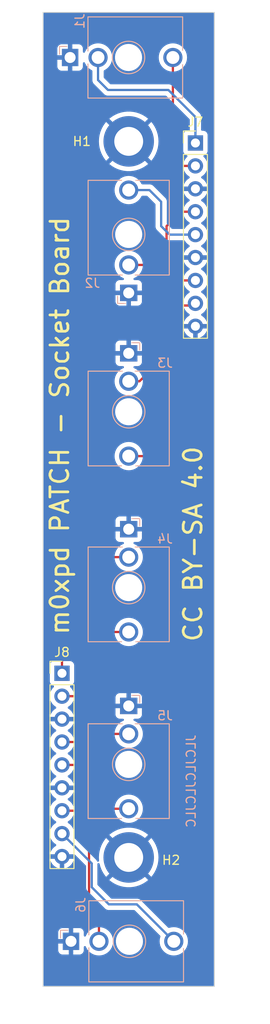
<source format=kicad_pcb>
(kicad_pcb (version 20221018) (generator pcbnew)
  (layers (0 "F.Cu" signal) (31 "B.Cu" signal) (34 "B.Paste" user) (35 "F.Paste" user) (36 "B.SilkS" user "B.Silkscreen") (37 "F.SilkS" user "F.Silkscreen") (38 "B.Mask" user) (39 "F.Mask" user) (44 "Edge.Cuts" user))
  (net 0 "")
  (net 1 "GND")
  (net 2 "Net-(J7-Pin_2)")
  (net 3 "Net-(J7-Pin_1)")
  (net 4 "Net-(J7-Pin_5)")
  (net 5 "Net-(J7-Pin_4)")
  (net 6 "Net-(J7-Pin_8)")
  (net 7 "Net-(J7-Pin_7)")
  (net 8 "Net-(J8-Pin_2)")
  (net 9 "Net-(J8-Pin_1)")
  (net 10 "Net-(J8-Pin_5)")
  (net 11 "Net-(J8-Pin_4)")
  (net 12 "Net-(J8-Pin_8)")
  (net 13 "Net-(J8-Pin_7)")
  (footprint "Connector_PinHeader_2.54mm:PinHeader_1x09_P2.54mm_Vertical" (layer "F.Cu") (at 116.9 64.48)
    (fp_text reference "J7" (at 0 -2.33) (layer "F.SilkS"))
    (fp_text value "Conn_01x09" hide)
    (fp_line (start -1.33 -1.33) (end 0 -1.33) (stroke (width 0.12)) (layer "F.SilkS"))
    (fp_line (start -1.33 0) (end -1.33 -1.33) (stroke (width 0.12)) (layer "F.SilkS"))
    (fp_line (start -1.33 1.27) (end -1.33 21.65) (stroke (width 0.12)) (layer "F.SilkS"))
    (fp_line (start -1.33 1.27) (end 1.33 1.27) (stroke (width 0.12)) (layer "F.SilkS"))
    (fp_line (start -1.33 21.65) (end 1.33 21.65) (stroke (width 0.12)) (layer "F.SilkS"))
    (fp_line (start 1.33 1.27) (end 1.33 21.65) (stroke (width 0.12)) (layer "F.SilkS"))
    (pad "1" thru_hole rect (at 0 0) (size 1.7 1.7) (drill 1) (layers "*.Cu" "*.Mask") (net 3 "Net-(J7-Pin_1)"))
    (pad "2" thru_hole oval (at 0 2.54) (size 1.7 1.7) (drill 1) (layers "*.Cu" "*.Mask") (net 2 "Net-(J7-Pin_2)"))
    (pad "3" thru_hole oval (at 0 5.08) (size 1.7 1.7) (drill 1) (layers "*.Cu" "*.Mask") (net 1 "GND"))
    (pad "4" thru_hole oval (at 0 7.62) (size 1.7 1.7) (drill 1) (layers "*.Cu" "*.Mask") (net 5 "Net-(J7-Pin_4)"))
    (pad "5" thru_hole oval (at 0 10.16) (size 1.7 1.7) (drill 1) (layers "*.Cu" "*.Mask") (net 4 "Net-(J7-Pin_5)"))
    (pad "6" thru_hole oval (at 0 12.7) (size 1.7 1.7) (drill 1) (layers "*.Cu" "*.Mask") (net 1 "GND"))
    (pad "7" thru_hole oval (at 0 15.24) (size 1.7 1.7) (drill 1) (layers "*.Cu" "*.Mask") (net 7 "Net-(J7-Pin_7)"))
    (pad "8" thru_hole oval (at 0 17.78) (size 1.7 1.7) (drill 1) (layers "*.Cu" "*.Mask") (net 6 "Net-(J7-Pin_8)"))
    (pad "9" thru_hole oval (at 0 20.32) (size 1.7 1.7) (drill 1) (layers "*.Cu" "*.Mask") (net 1 "GND"))
  )
  (footprint "MountingHole:MountingHole_3.2mm_M3_DIN965_Pad_TopBottom" (layer "F.Cu") (at 109.5 64.3)
    (fp_text reference "H1" (at -5.2 0) (layer "F.SilkS"))
    (fp_text value "MountingHole_Pad" hide)
    (pad "1" thru_hole circle (at 0 0) (size 3.6 3.6) (drill 3.2) (layers "*.Cu" "*.Mask") (net 1 "GND"))
    (pad "1" connect circle (at 0 0) (size 5.6 5.6) (layers "F.Cu" "F.Mask") (net 1 "GND"))
    (pad "1" connect circle (at 0 0) (size 5.6 5.6) (layers "B.Cu" "B.Mask") (net 1 "GND"))
  )
  (footprint "MountingHole:MountingHole_3.2mm_M3_DIN965_Pad_TopBottom" (layer "F.Cu") (at 109.5 143.7)
    (fp_text reference "H2" (at 4.7 0.3) (layer "F.SilkS"))
    (fp_text value "MountingHole_Pad" hide)
    (pad "1" thru_hole circle (at 0 0) (size 3.6 3.6) (drill 3.2) (layers "*.Cu" "*.Mask") (net 1 "GND"))
    (pad "1" connect circle (at 0 0) (size 5.6 5.6) (layers "F.Cu" "F.Mask") (net 1 "GND"))
    (pad "1" connect circle (at 0 0) (size 5.6 5.6) (layers "B.Cu" "B.Mask") (net 1 "GND"))
  )
  (footprint "Connector_PinHeader_2.54mm:PinHeader_1x09_P2.54mm_Vertical" (layer "F.Cu") (at 102.1 123.28)
    (fp_text reference "J8" (at 0 -2.33) (layer "F.SilkS"))
    (fp_text value "Conn_01x09" hide)
    (fp_line (start -1.33 -1.33) (end 0 -1.33) (stroke (width 0.12)) (layer "F.SilkS"))
    (fp_line (start -1.33 0) (end -1.33 -1.33) (stroke (width 0.12)) (layer "F.SilkS"))
    (fp_line (start -1.33 1.27) (end -1.33 21.65) (stroke (width 0.12)) (layer "F.SilkS"))
    (fp_line (start -1.33 1.27) (end 1.33 1.27) (stroke (width 0.12)) (layer "F.SilkS"))
    (fp_line (start -1.33 21.65) (end 1.33 21.65) (stroke (width 0.12)) (layer "F.SilkS"))
    (fp_line (start 1.33 1.27) (end 1.33 21.65) (stroke (width 0.12)) (layer "F.SilkS"))
    (pad "1" thru_hole rect (at 0 0) (size 1.7 1.7) (drill 1) (layers "*.Cu" "*.Mask") (net 9 "Net-(J8-Pin_1)"))
    (pad "2" thru_hole oval (at 0 2.54) (size 1.7 1.7) (drill 1) (layers "*.Cu" "*.Mask") (net 8 "Net-(J8-Pin_2)"))
    (pad "3" thru_hole oval (at 0 5.08) (size 1.7 1.7) (drill 1) (layers "*.Cu" "*.Mask") (net 1 "GND"))
    (pad "4" thru_hole oval (at 0 7.62) (size 1.7 1.7) (drill 1) (layers "*.Cu" "*.Mask") (net 11 "Net-(J8-Pin_4)"))
    (pad "5" thru_hole oval (at 0 10.16) (size 1.7 1.7) (drill 1) (layers "*.Cu" "*.Mask") (net 10 "Net-(J8-Pin_5)"))
    (pad "6" thru_hole oval (at 0 12.7) (size 1.7 1.7) (drill 1) (layers "*.Cu" "*.Mask") (net 1 "GND"))
    (pad "7" thru_hole oval (at 0 15.24) (size 1.7 1.7) (drill 1) (layers "*.Cu" "*.Mask") (net 13 "Net-(J8-Pin_7)"))
    (pad "8" thru_hole oval (at 0 17.78) (size 1.7 1.7) (drill 1) (layers "*.Cu" "*.Mask") (net 12 "Net-(J8-Pin_8)"))
    (pad "9" thru_hole oval (at 0 20.32) (size 1.7 1.7) (drill 1) (layers "*.Cu" "*.Mask") (net 1 "GND"))
  )
  (footprint "Connector_Audio:Jack_3.5mm_QingPu_WQP-PJ398SM_Vertical_CircularHoles" (layer "B.Cu") (at 109.5 87.8 180)
    (fp_text reference "J3" (at -4.03 -1.08) (layer "B.SilkS") (effects (justify mirror)))
    (fp_text value "AudioJack2_SwitchT" hide)
    (fp_line (start -4.5 -1.98) (end -4.5 -12.48) (stroke (width 0.12)) (layer "B.SilkS"))
    (fp_line (start -1.23 1.17) (end -1.23 0.37) (stroke (width 0.12)) (layer "B.SilkS"))
    (fp_line (start -1.23 1.17) (end -0.37 1.17) (stroke (width 0.12)) (layer "B.SilkS"))
    (fp_line (start -0.8 -12.48) (end -4.5 -12.48) (stroke (width 0.12)) (layer "B.SilkS"))
    (fp_line (start -0.72 -1.98) (end -4.5 -1.98) (stroke (width 0.12)) (layer "B.SilkS"))
    (fp_line (start 4.5 -12.48) (end 0.8 -12.48) (stroke (width 0.12)) (layer "B.SilkS"))
    (fp_line (start 4.5 -1.98) (end 0.72 -1.98) (stroke (width 0.12)) (layer "B.SilkS"))
    (fp_line (start 4.5 -1.98) (end 4.5 -12.48) (stroke (width 0.12)) (layer "B.SilkS"))
    (fp_circle (center 0 -6.48) (end 1.8 -6.48) (stroke (width 0.12)) (fill none) (layer "B.SilkS"))
    (pad "S" thru_hole rect (at 0 0) (size 1.93 1.83) (drill 1.22) (layers "*.Cu" "*.Mask") (net 1 "GND"))
    (pad "T" thru_hole circle (at 0 -11.4) (size 2.13 2.13) (drill 1.43) (layers "*.Cu" "*.Mask") (net 6 "Net-(J7-Pin_8)"))
    (pad "TN" thru_hole circle (at 0 -3.1) (size 2.13 2.13) (drill 1.42) (layers "*.Cu" "*.Mask") (net 7 "Net-(J7-Pin_7)"))
    (zone (net 0) (net_name "") (layer "B.Cu") (connect_pads (clearance 0)) (min_thickness 0.254)
      (keepout (tracks not_allowed) (vias not_allowed) (pads not_allowed) (copperpour not_allowed) (footprints not_allowed))
      (fill (thermal_gap 0.508) (thermal_bridge_width 0.508))
      (polygon (pts (xy 107.994859 94.28) (xy 108.01507 94.034171) (xy 108.075159 93.794945) (xy 108.173514 93.568744) (xy 108.307492 93.361645) (xy 108.473496 93.17921) (xy 108.667068 93.026336) (xy 108.883008 92.907131) (xy 109.115518 92.824794) (xy 109.358354 92.781539) (xy 109.604993 92.778525) (xy 109.848813 92.815835) (xy 110.083266 92.892466) (xy 110.302054 93.00636) (xy 110.499303 93.154458) (xy 110.669714 93.332784) (xy 110.808712 93.536548) (xy 110.912564 93.760278) (xy 110.978481 93.997965) (xy 111.004692 94.243226) (xy 110.990493 94.489475) (xy 110.936266 94.730099) (xy 110.843468 94.958634) (xy 110.714589 95.168945) (xy 110.553092 95.355382) (xy 110.363313 95.512939) (xy 110.15035 95.637385) (xy 109.919921 95.725377) (xy 109.678215 95.774553) (xy 109.431722 95.783592) (xy 109.187064 95.75225) (xy 108.950809 95.68137) (xy 108.729303 95.572856) (xy 108.528495 95.429621) (xy 108.353777 95.255512) (xy 108.209842 95.055205) (xy 108.100555 94.834079) (xy 108.028851 94.598074) (xy 107.996656 94.353526)))
    )
  )
  (footprint "Connector_Audio:Jack_3.5mm_QingPu_WQP-PJ398SM_Vertical_CircularHoles" (layer "B.Cu") (at 109.5 81.1)
    (fp_text reference "J2" (at -4.03 -1.08) (layer "B.SilkS") (effects (justify mirror)))
    (fp_text value "AudioJack2_SwitchT" hide)
    (fp_line (start -4.5 -1.98) (end -4.5 -12.48) (stroke (width 0.12)) (layer "B.SilkS"))
    (fp_line (start -1.23 1.17) (end -1.23 0.37) (stroke (width 0.12)) (layer "B.SilkS"))
    (fp_line (start -1.23 1.17) (end -0.37 1.17) (stroke (width 0.12)) (layer "B.SilkS"))
    (fp_line (start -0.8 -12.48) (end -4.5 -12.48) (stroke (width 0.12)) (layer "B.SilkS"))
    (fp_line (start -0.72 -1.98) (end -4.5 -1.98) (stroke (width 0.12)) (layer "B.SilkS"))
    (fp_line (start 4.5 -12.48) (end 0.8 -12.48) (stroke (width 0.12)) (layer "B.SilkS"))
    (fp_line (start 4.5 -1.98) (end 0.72 -1.98) (stroke (width 0.12)) (layer "B.SilkS"))
    (fp_line (start 4.5 -1.98) (end 4.5 -12.48) (stroke (width 0.12)) (layer "B.SilkS"))
    (fp_circle (center 0 -6.48) (end 1.8 -6.48) (stroke (width 0.12)) (fill none) (layer "B.SilkS"))
    (pad "S" thru_hole rect (at 0 0 180) (size 1.93 1.83) (drill 1.22) (layers "*.Cu" "*.Mask") (net 1 "GND"))
    (pad "T" thru_hole circle (at 0 -11.4 180) (size 2.13 2.13) (drill 1.43) (layers "*.Cu" "*.Mask") (net 4 "Net-(J7-Pin_5)"))
    (pad "TN" thru_hole circle (at 0 -3.1 180) (size 2.13 2.13) (drill 1.42) (layers "*.Cu" "*.Mask") (net 5 "Net-(J7-Pin_4)"))
    (zone (net 0) (net_name "") (layer "B.Cu") (connect_pads (clearance 0)) (min_thickness 0.254)
      (keepout (tracks not_allowed) (vias not_allowed) (pads not_allowed) (copperpour not_allowed) (footprints not_allowed))
      (fill (thermal_gap 0.508) (thermal_bridge_width 0.508))
      (polygon (pts (xy 111.005141 74.62) (xy 110.98493 74.865829) (xy 110.924841 75.105055) (xy 110.826486 75.331256) (xy 110.692508 75.538355) (xy 110.526504 75.72079) (xy 110.332932 75.873664) (xy 110.116992 75.992869) (xy 109.884482 76.075206) (xy 109.641646 76.118461) (xy 109.395007 76.121475) (xy 109.151187 76.084165) (xy 108.916734 76.007534) (xy 108.697946 75.89364) (xy 108.500697 75.745542) (xy 108.330286 75.567216) (xy 108.191288 75.363452) (xy 108.087436 75.139722) (xy 108.021519 74.902035) (xy 107.995308 74.656774) (xy 108.009507 74.410525) (xy 108.063734 74.169901) (xy 108.156532 73.941366) (xy 108.285411 73.731055) (xy 108.446908 73.544618) (xy 108.636687 73.387061) (xy 108.84965 73.262615) (xy 109.080079 73.174623) (xy 109.321785 73.125447) (xy 109.568278 73.116408) (xy 109.812936 73.14775) (xy 110.049191 73.21863) (xy 110.270697 73.327144) (xy 110.471505 73.470379) (xy 110.646223 73.644488) (xy 110.790158 73.844795) (xy 110.899445 74.065921) (xy 110.971149 74.301926) (xy 111.003344 74.546474)))
    )
  )
  (footprint "Connector_Audio:Jack_3.5mm_QingPu_WQP-PJ398SM_Vertical_CircularHoles" (layer "B.Cu") (at 109.5 107.3 180)
    (fp_text reference "J4" (at -4.03 -1.08) (layer "B.SilkS") (effects (justify mirror)))
    (fp_text value "AudioJack2_SwitchT" hide)
    (fp_line (start -4.5 -1.98) (end -4.5 -12.48) (stroke (width 0.12)) (layer "B.SilkS"))
    (fp_line (start -1.23 1.17) (end -1.23 0.37) (stroke (width 0.12)) (layer "B.SilkS"))
    (fp_line (start -1.23 1.17) (end -0.37 1.17) (stroke (width 0.12)) (layer "B.SilkS"))
    (fp_line (start -0.8 -12.48) (end -4.5 -12.48) (stroke (width 0.12)) (layer "B.SilkS"))
    (fp_line (start -0.72 -1.98) (end -4.5 -1.98) (stroke (width 0.12)) (layer "B.SilkS"))
    (fp_line (start 4.5 -12.48) (end 0.8 -12.48) (stroke (width 0.12)) (layer "B.SilkS"))
    (fp_line (start 4.5 -1.98) (end 0.72 -1.98) (stroke (width 0.12)) (layer "B.SilkS"))
    (fp_line (start 4.5 -1.98) (end 4.5 -12.48) (stroke (width 0.12)) (layer "B.SilkS"))
    (fp_circle (center 0 -6.48) (end 1.8 -6.48) (stroke (width 0.12)) (fill none) (layer "B.SilkS"))
    (pad "S" thru_hole rect (at 0 0) (size 1.93 1.83) (drill 1.22) (layers "*.Cu" "*.Mask") (net 1 "GND"))
    (pad "T" thru_hole circle (at 0 -11.4) (size 2.13 2.13) (drill 1.43) (layers "*.Cu" "*.Mask") (net 8 "Net-(J8-Pin_2)"))
    (pad "TN" thru_hole circle (at 0 -3.1) (size 2.13 2.13) (drill 1.42) (layers "*.Cu" "*.Mask") (net 9 "Net-(J8-Pin_1)"))
    (zone (net 0) (net_name "") (layer "B.Cu") (connect_pads (clearance 0)) (min_thickness 0.254)
      (keepout (tracks not_allowed) (vias not_allowed) (pads not_allowed) (copperpour not_allowed) (footprints not_allowed))
      (fill (thermal_gap 0.508) (thermal_bridge_width 0.508))
      (polygon (pts (xy 107.994859 113.78) (xy 108.01507 113.534171) (xy 108.075159 113.294945) (xy 108.173514 113.068744) (xy 108.307492 112.861645) (xy 108.473496 112.67921) (xy 108.667068 112.526336) (xy 108.883008 112.407131) (xy 109.115518 112.324794) (xy 109.358354 112.281539) (xy 109.604993 112.278525) (xy 109.848813 112.315835) (xy 110.083266 112.392466) (xy 110.302054 112.50636) (xy 110.499303 112.654458) (xy 110.669714 112.832784) (xy 110.808712 113.036548) (xy 110.912564 113.260278) (xy 110.978481 113.497965) (xy 111.004692 113.743226) (xy 110.990493 113.989475) (xy 110.936266 114.230099) (xy 110.843468 114.458634) (xy 110.714589 114.668945) (xy 110.553092 114.855382) (xy 110.363313 115.012939) (xy 110.15035 115.137385) (xy 109.919921 115.225377) (xy 109.678215 115.274553) (xy 109.431722 115.283592) (xy 109.187064 115.25225) (xy 108.950809 115.18137) (xy 108.729303 115.072856) (xy 108.528495 114.929621) (xy 108.353777 114.755512) (xy 108.209842 114.555205) (xy 108.100555 114.334079) (xy 108.028851 114.098074) (xy 107.996656 113.853526)))
    )
  )
  (footprint "Connector_Audio:Jack_3.5mm_QingPu_WQP-PJ398SM_Vertical_CircularHoles" (layer "B.Cu") (at 103.1 153 -90)
    (fp_text reference "J6" (at -4.03 -1.08 90) (layer "B.SilkS") (effects (justify mirror)))
    (fp_text value "AudioJack2_SwitchT" hide)
    (fp_line (start -4.5 -1.98) (end -4.5 -12.48) (stroke (width 0.12)) (layer "B.SilkS"))
    (fp_line (start -1.23 1.17) (end -1.23 0.37) (stroke (width 0.12)) (layer "B.SilkS"))
    (fp_line (start -1.23 1.17) (end -0.37 1.17) (stroke (width 0.12)) (layer "B.SilkS"))
    (fp_line (start -0.8 -12.48) (end -4.5 -12.48) (stroke (width 0.12)) (layer "B.SilkS"))
    (fp_line (start -0.72 -1.98) (end -4.5 -1.98) (stroke (width 0.12)) (layer "B.SilkS"))
    (fp_line (start 4.5 -12.48) (end 0.8 -12.48) (stroke (width 0.12)) (layer "B.SilkS"))
    (fp_line (start 4.5 -1.98) (end 0.72 -1.98) (stroke (width 0.12)) (layer "B.SilkS"))
    (fp_line (start 4.5 -1.98) (end 4.5 -12.48) (stroke (width 0.12)) (layer "B.SilkS"))
    (fp_circle (center 0 -6.48) (end 1.8 -6.48) (stroke (width 0.12)) (fill none) (layer "B.SilkS"))
    (pad "S" thru_hole rect (at 0 0 90) (size 1.93 1.83) (drill 1.22) (layers "*.Cu" "*.Mask") (net 1 "GND"))
    (pad "T" thru_hole circle (at 0 -11.4 90) (size 2.13 2.13) (drill 1.43) (layers "*.Cu" "*.Mask") (net 12 "Net-(J8-Pin_8)"))
    (pad "TN" thru_hole circle (at 0 -3.1 90) (size 2.13 2.13) (drill 1.42) (layers "*.Cu" "*.Mask") (net 13 "Net-(J8-Pin_7)"))
    (zone (net 0) (net_name "") (layer "B.Cu") (connect_pads (clearance 0)) (min_thickness 0.254)
      (keepout (tracks not_allowed) (vias not_allowed) (pads not_allowed) (copperpour not_allowed) (footprints not_allowed))
      (fill (thermal_gap 0.508) (thermal_bridge_width 0.508))
      (polygon (pts (xy 109.58 154.505141) (xy 109.334171 154.48493) (xy 109.094945 154.424841) (xy 108.868744 154.326486) (xy 108.661645 154.192508) (xy 108.47921 154.026504) (xy 108.326336 153.832932) (xy 108.207131 153.616992) (xy 108.124794 153.384482) (xy 108.081539 153.141646) (xy 108.078525 152.895007) (xy 108.115835 152.651187) (xy 108.192466 152.416734) (xy 108.30636 152.197946) (xy 108.454458 152.000697) (xy 108.632784 151.830286) (xy 108.836548 151.691288) (xy 109.060278 151.587436) (xy 109.297965 151.521519) (xy 109.543226 151.495308) (xy 109.789475 151.509507) (xy 110.030099 151.563734) (xy 110.258634 151.656532) (xy 110.468945 151.785411) (xy 110.655382 151.946908) (xy 110.812939 152.136687) (xy 110.937385 152.34965) (xy 111.025377 152.580079) (xy 111.074553 152.821785) (xy 111.083592 153.068278) (xy 111.05225 153.312936) (xy 110.98137 153.549191) (xy 110.872856 153.770697) (xy 110.729621 153.971505) (xy 110.555512 154.146223) (xy 110.355205 154.290158) (xy 110.134079 154.399445) (xy 109.898074 154.471149) (xy 109.653526 154.503344)))
    )
  )
  (footprint "Connector_Audio:Jack_3.5mm_QingPu_WQP-PJ398SM_Vertical_CircularHoles" (layer "B.Cu") (at 109.5 126.9 180)
    (fp_text reference "J5" (at -4.03 -1.08) (layer "B.SilkS") (effects (justify mirror)))
    (fp_text value "AudioJack2_SwitchT" hide)
    (fp_line (start -4.5 -1.98) (end -4.5 -12.48) (stroke (width 0.12)) (layer "B.SilkS"))
    (fp_line (start -1.23 1.17) (end -1.23 0.37) (stroke (width 0.12)) (layer "B.SilkS"))
    (fp_line (start -1.23 1.17) (end -0.37 1.17) (stroke (width 0.12)) (layer "B.SilkS"))
    (fp_line (start -0.8 -12.48) (end -4.5 -12.48) (stroke (width 0.12)) (layer "B.SilkS"))
    (fp_line (start -0.72 -1.98) (end -4.5 -1.98) (stroke (width 0.12)) (layer "B.SilkS"))
    (fp_line (start 4.5 -12.48) (end 0.8 -12.48) (stroke (width 0.12)) (layer "B.SilkS"))
    (fp_line (start 4.5 -1.98) (end 0.72 -1.98) (stroke (width 0.12)) (layer "B.SilkS"))
    (fp_line (start 4.5 -1.98) (end 4.5 -12.48) (stroke (width 0.12)) (layer "B.SilkS"))
    (fp_circle (center 0 -6.48) (end 1.8 -6.48) (stroke (width 0.12)) (fill none) (layer "B.SilkS"))
    (pad "S" thru_hole rect (at 0 0) (size 1.93 1.83) (drill 1.22) (layers "*.Cu" "*.Mask") (net 1 "GND"))
    (pad "T" thru_hole circle (at 0 -11.4) (size 2.13 2.13) (drill 1.43) (layers "*.Cu" "*.Mask") (net 10 "Net-(J8-Pin_5)"))
    (pad "TN" thru_hole circle (at 0 -3.1) (size 2.13 2.13) (drill 1.42) (layers "*.Cu" "*.Mask") (net 11 "Net-(J8-Pin_4)"))
    (zone (net 0) (net_name "") (layer "B.Cu") (connect_pads (clearance 0)) (min_thickness 0.254)
      (keepout (tracks not_allowed) (vias not_allowed) (pads not_allowed) (copperpour not_allowed) (footprints not_allowed))
      (fill (thermal_gap 0.508) (thermal_bridge_width 0.508))
      (polygon (pts (xy 107.994859 133.38) (xy 108.01507 133.134171) (xy 108.075159 132.894945) (xy 108.173514 132.668744) (xy 108.307492 132.461645) (xy 108.473496 132.27921) (xy 108.667068 132.126336) (xy 108.883008 132.007131) (xy 109.115518 131.924794) (xy 109.358354 131.881539) (xy 109.604993 131.878525) (xy 109.848813 131.915835) (xy 110.083266 131.992466) (xy 110.302054 132.10636) (xy 110.499303 132.254458) (xy 110.669714 132.432784) (xy 110.808712 132.636548) (xy 110.912564 132.860278) (xy 110.978481 133.097965) (xy 111.004692 133.343226) (xy 110.990493 133.589475) (xy 110.936266 133.830099) (xy 110.843468 134.058634) (xy 110.714589 134.268945) (xy 110.553092 134.455382) (xy 110.363313 134.612939) (xy 110.15035 134.737385) (xy 109.919921 134.825377) (xy 109.678215 134.874553) (xy 109.431722 134.883592) (xy 109.187064 134.85225) (xy 108.950809 134.78137) (xy 108.729303 134.672856) (xy 108.528495 134.529621) (xy 108.353777 134.355512) (xy 108.209842 134.155205) (xy 108.100555 133.934079) (xy 108.028851 133.698074) (xy 107.996656 133.453526)))
    )
  )
  (footprint "Connector_Audio:Jack_3.5mm_QingPu_WQP-PJ398SM_Vertical_CircularHoles" (layer "B.Cu") (at 103 55 -90)
    (fp_text reference "J1" (at -4.03 -1.08 90) (layer "B.SilkS") (effects (justify mirror)))
    (fp_text value "AudioJack2_SwitchT" hide)
    (fp_line (start -4.5 -1.98) (end -4.5 -12.48) (stroke (width 0.12)) (layer "B.SilkS"))
    (fp_line (start -1.23 1.17) (end -1.23 0.37) (stroke (width 0.12)) (layer "B.SilkS"))
    (fp_line (start -1.23 1.17) (end -0.37 1.17) (stroke (width 0.12)) (layer "B.SilkS"))
    (fp_line (start -0.8 -12.48) (end -4.5 -12.48) (stroke (width 0.12)) (layer "B.SilkS"))
    (fp_line (start -0.72 -1.98) (end -4.5 -1.98) (stroke (width 0.12)) (layer "B.SilkS"))
    (fp_line (start 4.5 -12.48) (end 0.8 -12.48) (stroke (width 0.12)) (layer "B.SilkS"))
    (fp_line (start 4.5 -1.98) (end 0.72 -1.98) (stroke (width 0.12)) (layer "B.SilkS"))
    (fp_line (start 4.5 -1.98) (end 4.5 -12.48) (stroke (width 0.12)) (layer "B.SilkS"))
    (fp_circle (center 0 -6.48) (end 1.8 -6.48) (stroke (width 0.12)) (fill none) (layer "B.SilkS"))
    (pad "S" thru_hole rect (at 0 0 90) (size 1.93 1.83) (drill 1.22) (layers "*.Cu" "*.Mask") (net 1 "GND"))
    (pad "T" thru_hole circle (at 0 -11.4 90) (size 2.13 2.13) (drill 1.43) (layers "*.Cu" "*.Mask") (net 2 "Net-(J7-Pin_2)"))
    (pad "TN" thru_hole circle (at 0 -3.1 90) (size 2.13 2.13) (drill 1.42) (layers "*.Cu" "*.Mask") (net 3 "Net-(J7-Pin_1)"))
    (zone (net 0) (net_name "") (layer "B.Cu") (connect_pads (clearance 0)) (min_thickness 0.254)
      (keepout (tracks not_allowed) (vias not_allowed) (pads not_allowed) (copperpour not_allowed) (footprints not_allowed))
      (fill (thermal_gap 0.508) (thermal_bridge_width 0.508))
      (polygon (pts (xy 109.48 56.505141) (xy 109.234171 56.48493) (xy 108.994945 56.424841) (xy 108.768744 56.326486) (xy 108.561645 56.192508) (xy 108.37921 56.026504) (xy 108.226336 55.832932) (xy 108.107131 55.616992) (xy 108.024794 55.384482) (xy 107.981539 55.141646) (xy 107.978525 54.895007) (xy 108.015835 54.651187) (xy 108.092466 54.416734) (xy 108.20636 54.197946) (xy 108.354458 54.000697) (xy 108.532784 53.830286) (xy 108.736548 53.691288) (xy 108.960278 53.587436) (xy 109.197965 53.521519) (xy 109.443226 53.495308) (xy 109.689475 53.509507) (xy 109.930099 53.563734) (xy 110.158634 53.656532) (xy 110.368945 53.785411) (xy 110.555382 53.946908) (xy 110.712939 54.136687) (xy 110.837385 54.34965) (xy 110.925377 54.580079) (xy 110.974553 54.821785) (xy 110.983592 55.068278) (xy 110.95225 55.312936) (xy 110.88137 55.549191) (xy 110.772856 55.770697) (xy 110.629621 55.971505) (xy 110.455512 56.146223) (xy 110.255205 56.290158) (xy 110.034079 56.399445) (xy 109.798074 56.471149) (xy 109.553526 56.503344)))
    )
  )
  (gr_line (start 119 50) (end 119 158) (stroke (width 0.1)) (layer "Edge.Cuts"))
  (gr_line (start 100 50) (end 119 50) (stroke (width 0.1)) (layer "Edge.Cuts"))
  (gr_line (start 119 158) (end 100 158) (stroke (width 0.1)) (layer "Edge.Cuts"))
  (gr_line (start 100 158) (end 100 50) (stroke (width 0.1)) (layer "Edge.Cuts"))
  (gr_text "JLCJLCJLCJLC" (at 117 130 90) (layer "B.SilkS") (effects (font (size 1 1)) (justify left bottom mirror)))
  (gr_text "CC BY-SA 4.0" (at 117.8 119.95 90) (layer "F.SilkS") (effects (font (size 2 2) (thickness 0.3)) (justify left bottom)))
  (gr_text "m0xpd PATCH - Socket Board" (at 103.02 119.17 90) (layer "F.SilkS") (effects (font (size 2 2) (thickness 0.3)) (justify left bottom)))
  (segment (start 114.5 66.3) (end 115.22 67.02) (width 0.25) (layer "F.Cu") (net 2))
  (segment (start 115.22 67.02) (end 116.9 67.02) (width 0.25) (layer "F.Cu") (net 2))
  (segment (start 114.4 55) (end 114.4 65.3) (width 0.25) (layer "F.Cu") (net 2))
  (segment (start 114.5 65.4) (end 114.5 66.3) (width 0.25) (layer "F.Cu") (net 2))
  (segment (start 114.4 65.3) (end 114.5 65.4) (width 0.25) (layer "F.Cu") (net 2))
  (segment (start 107.2 58.6) (end 106.1 57.5) (width 0.25) (layer "B.Cu") (net 3))
  (segment (start 113.9 58.6) (end 107.2 58.6) (width 0.25) (layer "B.Cu") (net 3))
  (segment (start 116.9 61.6) (end 113.9 58.6) (width 0.25) (layer "B.Cu") (net 3))
  (segment (start 106.1 57.5) (end 106.1 55) (width 0.25) (layer "B.Cu") (net 3))
  (segment (start 116.9 64.48) (end 116.9 61.6) (width 0.25) (layer "B.Cu") (net 3))
  (segment (start 114.04 74.64) (end 116.9 74.64) (width 0.25) (layer "B.Cu") (net 4))
  (segment (start 109.5 69.7) (end 111.8 69.7) (width 0.25) (layer "B.Cu") (net 4))
  (segment (start 113.1 73.7) (end 114.04 74.64) (width 0.25) (layer "B.Cu") (net 4))
  (segment (start 113.1 71) (end 113.1 73.7) (width 0.25) (layer "B.Cu") (net 4))
  (segment (start 111.8 69.7) (end 113.1 71) (width 0.25) (layer "B.Cu") (net 4))
  (segment (start 111.9 78) (end 113.7 76.2) (width 0.25) (layer "F.Cu") (net 5))
  (segment (start 113.7 73.7) (end 115.3 72.1) (width 0.25) (layer "F.Cu") (net 5))
  (segment (start 113.7 76.2) (end 113.7 73.7) (width 0.25) (layer "F.Cu") (net 5))
  (segment (start 115.3 72.1) (end 116.9 72.1) (width 0.25) (layer "F.Cu") (net 5))
  (segment (start 109.5 78) (end 111.9 78) (width 0.25) (layer "F.Cu") (net 5))
  (segment (start 112.7 99.2) (end 113.7 98.2) (width 0.25) (layer "F.Cu") (net 6))
  (segment (start 115.5 82.7) (end 115.5 82.5) (width 0.25) (layer "F.Cu") (net 6))
  (segment (start 113.7 84.5) (end 115.5 82.7) (width 0.25) (layer "F.Cu") (net 6))
  (segment (start 113.7 98.2) (end 113.7 84.5) (width 0.25) (layer "F.Cu") (net 6))
  (segment (start 116.66 82.5) (end 116.9 82.26) (width 0.25) (layer "F.Cu") (net 6))
  (segment (start 109.5 99.2) (end 112.7 99.2) (width 0.25) (layer "F.Cu") (net 6))
  (segment (start 115.5 82.5) (end 116.66 82.5) (width 0.25) (layer "F.Cu") (net 6))
  (segment (start 110.7 90.9) (end 112.2 89.4) (width 0.25) (layer "F.Cu") (net 7))
  (segment (start 112.2 89.4) (end 112.2 82) (width 0.25) (layer "F.Cu") (net 7))
  (segment (start 112.2 82) (end 114.48 79.72) (width 0.25) (layer "F.Cu") (net 7))
  (segment (start 114.48 79.72) (end 116.9 79.72) (width 0.25) (layer "F.Cu") (net 7))
  (segment (start 109.5 90.9) (end 110.7 90.9) (width 0.25) (layer "F.Cu") (net 7))
  (segment (start 107.5 118.7) (end 109.5 118.7) (width 0.25) (layer "F.Cu") (net 8))
  (segment (start 106 123.5) (end 106 120.2) (width 0.25) (layer "F.Cu") (net 8))
  (segment (start 103.68 125.82) (end 106 123.5) (width 0.25) (layer "F.Cu") (net 8))
  (segment (start 106 120.2) (end 107.5 118.7) (width 0.25) (layer "F.Cu") (net 8))
  (segment (start 102.1 125.82) (end 103.68 125.82) (width 0.25) (layer "F.Cu") (net 8))
  (segment (start 102.1 113) (end 104.7 110.4) (width 0.25) (layer "F.Cu") (net 9))
  (segment (start 102.1 123.28) (end 102.1 113) (width 0.25) (layer "F.Cu") (net 9))
  (segment (start 104.7 110.4) (end 109.5 110.4) (width 0.25) (layer "F.Cu") (net 9))
  (segment (start 106.9 137.5) (end 107.7 138.3) (width 0.25) (layer "F.Cu") (net 10))
  (segment (start 106.9 135.9) (end 106.9 137.5) (width 0.25) (layer "F.Cu") (net 10))
  (segment (start 102.1 133.44) (end 104.44 133.44) (width 0.25) (layer "F.Cu") (net 10))
  (segment (start 104.44 133.44) (end 106.9 135.9) (width 0.25) (layer "F.Cu") (net 10))
  (segment (start 107.7 138.3) (end 109.5 138.3) (width 0.25) (layer "F.Cu") (net 10))
  (segment (start 102.1 130.9) (end 104.7 130.9) (width 0.25) (layer "F.Cu") (net 11))
  (segment (start 105.6 130) (end 109.5 130) (width 0.25) (layer "F.Cu") (net 11))
  (segment (start 104.7 130.9) (end 105.6 130) (width 0.25) (layer "F.Cu") (net 11))
  (segment (start 105.4 144.36) (end 105.4 147) (width 0.25) (layer "B.Cu") (net 12))
  (segment (start 102.1 141.06) (end 105.4 144.36) (width 0.25) (layer "B.Cu") (net 12))
  (segment (start 110.4 148.9) (end 114.5 153) (width 0.25) (layer "B.Cu") (net 12))
  (segment (start 107.3 148.9) (end 110.4 148.9) (width 0.25) (layer "B.Cu") (net 12))
  (segment (start 105.4 147) (end 107.3 148.9) (width 0.25) (layer "B.Cu") (net 12))
  (segment (start 102.1 138.52) (end 103.52 138.52) (width 0.25) (layer "F.Cu") (net 13))
  (segment (start 105.1 150.2) (end 106.2 151.3) (width 0.25) (layer "F.Cu") (net 13))
  (segment (start 103.52 138.52) (end 105.1 140.1) (width 0.25) (layer "F.Cu") (net 13))
  (segment (start 106.2 151.3) (end 106.2 153) (width 0.25) (layer "F.Cu") (net 13))
  (segment (start 105.1 140.1) (end 105.1 150.2) (width 0.25) (layer "F.Cu") (net 13))
  (zone (net 1) (net_name "GND") (layer "B.Cu") (connect_pads (clearance 0.5)) (min_thickness 0.25) (fill yes (thermal_gap 0.5) (thermal_bridge_width 0.5))
    (polygon (pts (xy 100 50) (xy 119 50) (xy 119 158) (xy 100 158)))
  )
)
</source>
